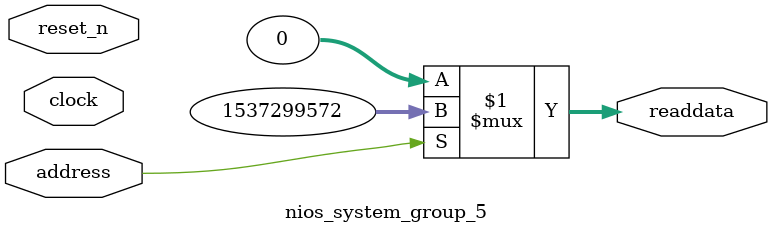
<source format=v>

`timescale 1ns / 1ps
// synthesis translate_on

// turn off superfluous verilog processor warnings 
// altera message_level Level1 
// altera message_off 10034 10035 10036 10037 10230 10240 10030 

module nios_system_group_5 (
               // inputs:
                address,
                clock,
                reset_n,

               // outputs:
                readdata
             )
;

  output  [ 31: 0] readdata;
  input            address;
  input            clock;
  input            reset_n;

  wire    [ 31: 0] readdata;
  //control_slave, which is an e_avalon_slave
  assign readdata = address ? 1537299572 : 0;

endmodule




</source>
